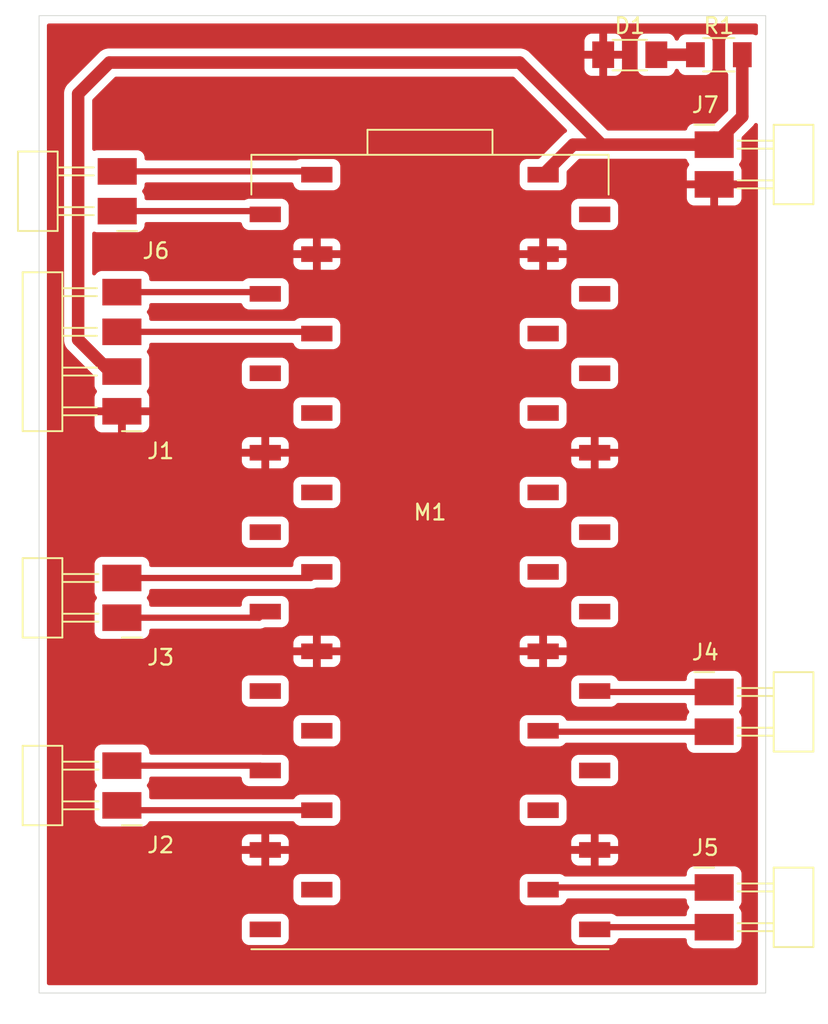
<source format=kicad_pcb>
(kicad_pcb (version 20241229) (generator "pcbnew") (generator_version "9.0")
  (layers (0 "F.Cu" signal) (2 "B.Cu" signal) (13 "F.Paste" user) (15 "B.Paste" user) (5 "F.SilkS" user "F.Silkscreen") (7 "B.SilkS" user "B.Silkscreen") (1 "F.Mask" user) (3 "B.Mask" user) (25 "Edge.Cuts" user))
  (net 0 "")
  (net 1 "Net-(D1-A)")
  (net 2 "GND")
  (net 3 "VCC")
  (net 4 "SCL_1")
  (net 5 "SDA_1")
  (net 6 "SCL_0")
  (net 7 "SDA_0")
  (footprint "fab:LED_1206" (layer "F.Cu") (at 166.3 55.5)
    (property "Reference" "D1" (at 0 -1.85 0) (layer "F.SilkS"))
    (property "Value" "status_led")
    (fp_line (start -1.1 -0.95) (end 1.1 -0.95) (stroke (width 0.12)) (layer "F.SilkS"))
    (fp_line (start -1.1 1) (end 1.1 1) (stroke (width 0.12)) (layer "F.SilkS"))
    (pad "1" smd rect (at -1.7 0) (size 1.4 1.7) (layers "F.Cu" "F.Mask" "F.Paste") (net 2 "GND"))
    (pad "2" smd rect (at 1.7 0) (size 1.4 1.7) (layers "F.Cu" "F.Mask" "F.Paste") (net 1 "Net-(D1-A)"))
  )
  (footprint "fab:R_1206" (layer "F.Cu") (at 172 55.5)
    (property "Reference" "R1" (at 0 -1.85 0) (layer "F.SilkS"))
    (property "Value" "1K")
    (fp_line (start -1 -1.07) (end 1 -1.07) (stroke (width 0.12)) (layer "F.SilkS"))
    (fp_line (start 1 1.07) (end -1 1.07) (stroke (width 0.12)) (layer "F.SilkS"))
    (pad "1" smd rect (at -1.5 0) (size 1.2 1.6) (layers "F.Cu" "F.Mask" "F.Paste") (net 1 "Net-(D1-A)"))
    (pad "2" smd rect (at 1.5 0) (size 1.2 1.6) (layers "F.Cu" "F.Mask" "F.Paste") (net 3 "VCC"))
  )
  (footprint "fab:PinHeader_01x02_P2.54mm_Horizontal_SMD" (layer "F.Cu") (at 133.5 65.5 180)
    (property "Reference" "J6" (at -1.524 -2.54 0) (layer "F.SilkS") (effects (justify left)))
    (property "Value" "Node_connetor")
    (fp_line (start 6.35 3.81) (end 3.81 3.81) (stroke (width 0.12)) (layer "F.SilkS"))
    (fp_line (start 6.35 -1.27) (end 6.35 3.81) (stroke (width 0.12)) (layer "F.SilkS"))
    (fp_line (start 3.81 3.81) (end 3.81 -1.27) (stroke (width 0.12)) (layer "F.SilkS"))
    (fp_line (start 3.81 2.794) (end 1.5 2.794) (stroke (width 0.12)) (layer "F.SilkS"))
    (fp_line (start 3.81 2.286) (end 1.5 2.286) (stroke (width 0.12)) (layer "F.SilkS"))
    (fp_line (start 3.81 0.254) (end 1.5 0.254) (stroke (width 0.12)) (layer "F.SilkS"))
    (fp_line (start 3.81 -0.254) (end 1.5 -0.254) (stroke (width 0.12)) (layer "F.SilkS"))
    (fp_line (start 3.81 -1.27) (end 6.35 -1.27) (stroke (width 0.12)) (layer "F.SilkS"))
    (fp_line (start -1.27 -1.27) (end 0 -1.27) (stroke (width 0.12)) (layer "F.SilkS"))
    (pad "1" smd rect (at 0 0 180) (size 2.5 1.7) (layers "F.Cu" "F.Mask" "F.Paste") (net 6 "SCL_0"))
    (pad "2" smd rect (at 0 2.54 180) (size 2.5 1.7) (layers "F.Cu" "F.Mask" "F.Paste") (net 7 "SDA_0"))
  )
  (footprint "fab:PinHeader_01x02_P2.54mm_Horizontal_SMD" (layer "F.Cu") (at 171.7 96.25)
    (property "Reference" "J4" (at -1.524 -2.54 180) (layer "F.SilkS") (effects (justify left)))
    (property "Value" "Node_connetor")
    (fp_line (start -1.27 -1.27) (end 0 -1.27) (stroke (width 0.12)) (layer "F.SilkS"))
    (fp_line (start 3.81 -1.27) (end 6.35 -1.27) (stroke (width 0.12)) (layer "F.SilkS"))
    (fp_line (start 3.81 -0.254) (end 1.5 -0.254) (stroke (width 0.12)) (layer "F.SilkS"))
    (fp_line (start 3.81 0.254) (end 1.5 0.254) (stroke (width 0.12)) (layer "F.SilkS"))
    (fp_line (start 3.81 2.286) (end 1.5 2.286) (stroke (width 0.12)) (layer "F.SilkS"))
    (fp_line (start 3.81 2.794) (end 1.5 2.794) (stroke (width 0.12)) (layer "F.SilkS"))
    (fp_line (start 3.81 3.81) (end 3.81 -1.27) (stroke (width 0.12)) (layer "F.SilkS"))
    (fp_line (start 6.35 -1.27) (end 6.35 3.81) (stroke (width 0.12)) (layer "F.SilkS"))
    (fp_line (start 6.35 3.81) (end 3.81 3.81) (stroke (width 0.12)) (layer "F.SilkS"))
    (pad "1" smd rect (at 0 0) (size 2.5 1.7) (layers "F.Cu" "F.Mask" "F.Paste") (net 6 "SCL_0"))
    (pad "2" smd rect (at 0 2.54) (size 2.5 1.7) (layers "F.Cu" "F.Mask" "F.Paste") (net 7 "SDA_0"))
  )
  (footprint "fab:PinHeader_01x02_P2.54mm_Horizontal_SMD" (layer "F.Cu") (at 171.7 108.75)
    (property "Reference" "J5" (at -1.524 -2.54 180) (layer "F.SilkS") (effects (justify left)))
    (property "Value" "Node_connetor")
    (fp_line (start -1.27 -1.27) (end 0 -1.27) (stroke (width 0.12)) (layer "F.SilkS"))
    (fp_line (start 3.81 -1.27) (end 6.35 -1.27) (stroke (width 0.12)) (layer "F.SilkS"))
    (fp_line (start 3.81 -0.254) (end 1.5 -0.254) (stroke (width 0.12)) (layer "F.SilkS"))
    (fp_line (start 3.81 0.254) (end 1.5 0.254) (stroke (width 0.12)) (layer "F.SilkS"))
    (fp_line (start 3.81 2.286) (end 1.5 2.286) (stroke (width 0.12)) (layer "F.SilkS"))
    (fp_line (start 3.81 2.794) (end 1.5 2.794) (stroke (width 0.12)) (layer "F.SilkS"))
    (fp_line (start 3.81 3.81) (end 3.81 -1.27) (stroke (width 0.12)) (layer "F.SilkS"))
    (fp_line (start 6.35 -1.27) (end 6.35 3.81) (stroke (width 0.12)) (layer "F.SilkS"))
    (fp_line (start 6.35 3.81) (end 3.81 3.81) (stroke (width 0.12)) (layer "F.SilkS"))
    (pad "1" smd rect (at 0 0) (size 2.5 1.7) (layers "F.Cu" "F.Mask" "F.Paste") (net 6 "SCL_0"))
    (pad "2" smd rect (at 0 2.54) (size 2.5 1.7) (layers "F.Cu" "F.Mask" "F.Paste") (net 7 "SDA_0"))
  )
  (footprint "fab:PinHeader_01x02_P2.54mm_Horizontal_SMD" (layer "F.Cu") (at 171.7 61.25)
    (property "Reference" "J7" (at -1.524 -2.54 180) (layer "F.SilkS") (effects (justify left)))
    (property "Value" "pwr")
    (fp_line (start -1.27 -1.27) (end 0 -1.27) (stroke (width 0.12)) (layer "F.SilkS"))
    (fp_line (start 3.81 -1.27) (end 6.35 -1.27) (stroke (width 0.12)) (layer "F.SilkS"))
    (fp_line (start 3.81 -0.254) (end 1.5 -0.254) (stroke (width 0.12)) (layer "F.SilkS"))
    (fp_line (start 3.81 0.254) (end 1.5 0.254) (stroke (width 0.12)) (layer "F.SilkS"))
    (fp_line (start 3.81 2.286) (end 1.5 2.286) (stroke (width 0.12)) (layer "F.SilkS"))
    (fp_line (start 3.81 2.794) (end 1.5 2.794) (stroke (width 0.12)) (layer "F.SilkS"))
    (fp_line (start 3.81 3.81) (end 3.81 -1.27) (stroke (width 0.12)) (layer "F.SilkS"))
    (fp_line (start 6.35 -1.27) (end 6.35 3.81) (stroke (width 0.12)) (layer "F.SilkS"))
    (fp_line (start 6.35 3.81) (end 3.81 3.81) (stroke (width 0.12)) (layer "F.SilkS"))
    (pad "1" smd rect (at 0 0) (size 2.5 1.7) (layers "F.Cu" "F.Mask" "F.Paste") (net 3 "VCC"))
    (pad "2" smd rect (at 0 2.54) (size 2.5 1.7) (layers "F.Cu" "F.Mask" "F.Paste") (net 2 "GND"))
  )
  (footprint "fab:PinHeader_01x02_P2.54mm_Horizontal_SMD" (layer "F.Cu") (at 133.8 91.5 180)
    (property "Reference" "J3" (at -1.524 -2.54 0) (layer "F.SilkS") (effects (justify left)))
    (property "Value" "Node_connetor")
    (fp_line (start 6.35 3.81) (end 3.81 3.81) (stroke (width 0.12)) (layer "F.SilkS"))
    (fp_line (start 6.35 -1.27) (end 6.35 3.81) (stroke (width 0.12)) (layer "F.SilkS"))
    (fp_line (start 3.81 3.81) (end 3.81 -1.27) (stroke (width 0.12)) (layer "F.SilkS"))
    (fp_line (start 3.81 2.794) (end 1.5 2.794) (stroke (width 0.12)) (layer "F.SilkS"))
    (fp_line (start 3.81 2.286) (end 1.5 2.286) (stroke (width 0.12)) (layer "F.SilkS"))
    (fp_line (start 3.81 0.254) (end 1.5 0.254) (stroke (width 0.12)) (layer "F.SilkS"))
    (fp_line (start 3.81 -0.254) (end 1.5 -0.254) (stroke (width 0.12)) (layer "F.SilkS"))
    (fp_line (start 3.81 -1.27) (end 6.35 -1.27) (stroke (width 0.12)) (layer "F.SilkS"))
    (fp_line (start -1.27 -1.27) (end 0 -1.27) (stroke (width 0.12)) (layer "F.SilkS"))
    (pad "1" smd rect (at 0 0 180) (size 2.5 1.7) (layers "F.Cu" "F.Mask" "F.Paste") (net 6 "SCL_0"))
    (pad "2" smd rect (at 0 2.54 180) (size 2.5 1.7) (layers "F.Cu" "F.Mask" "F.Paste") (net 7 "SDA_0"))
  )
  (footprint "fab:RaspberryPi_PicoW_SocketSMD" (layer "F.Cu") (at 153.515 87.3)
    (property "Reference" "M1" (at 0.0025 -2.54 0) (layer "F.SilkS"))
    (property "Value" "Module_RaspberryPi_PicoW_SocketSMD")
    (fp_line (start -11.43 -25.4) (end -11.43 -22.86) (stroke (width 0.12)) (layer "F.SilkS"))
    (fp_line (start -11.43 25.4) (end 11.43 25.4) (stroke (width 0.12)) (layer "F.SilkS"))
    (fp_line (start -4 -27) (end 4 -27) (stroke (width 0.12)) (layer "F.SilkS"))
    (fp_line (start -4 -25.4) (end -4 -27) (stroke (width 0.12)) (layer "F.SilkS"))
    (fp_line (start 4 -27) (end 4 -25.4) (stroke (width 0.12)) (layer "F.SilkS"))
    (fp_line (start 8.89 -25.4) (end -11.43 -25.4) (stroke (width 0.12)) (layer "F.SilkS"))
    (fp_line (start 11.43 -25.4) (end 8.89 -25.4) (stroke (width 0.12)) (layer "F.SilkS"))
    (fp_line (start 11.43 -22.86) (end 11.43 -25.4) (stroke (width 0.12)) (layer "F.SilkS"))
    (pad "1" smd rect (at -7.24 -24.13) (size 2 1) (layers "F.Cu" "F.Mask" "F.Paste") (net 7 "SDA_0"))
    (pad "2" smd rect (at -10.54 -21.59) (size 2 1) (layers "F.Cu" "F.Mask" "F.Paste") (net 6 "SCL_0"))
    (pad "3" smd rect (at -7.24 -19.05) (size 2 1) (layers "F.Cu" "F.Mask" "F.Paste") (net 2 "GND"))
    (pad "4" smd rect (at -10.54 -16.51) (size 2 1) (layers "F.Cu" "F.Mask" "F.Paste") (net 5 "SDA_1"))
    (pad "5" smd rect (at -7.24 -13.97) (size 2 1) (layers "F.Cu" "F.Mask" "F.Paste") (net 4 "SCL_1"))
    (pad "6" smd rect (at -10.54 -11.43) (size 2 1) (layers "F.Cu" "F.Mask" "F.Paste"))
    (pad "7" smd rect (at -7.24 -8.89) (size 2 1) (layers "F.Cu" "F.Mask" "F.Paste"))
    (pad "8" smd rect (at -10.54 -6.35) (size 2 1) (layers "F.Cu" "F.Mask" "F.Paste") (net 2 "GND"))
    (pad "9" smd rect (at -7.24 -3.81) (size 2 1) (layers "F.Cu" "F.Mask" "F.Paste"))
    (pad "10" smd rect (at -10.54 -1.27) (size 2 1) (layers "F.Cu" "F.Mask" "F.Paste"))
    (pad "11" smd rect (at -7.24 1.27) (size 2 1) (layers "F.Cu" "F.Mask" "F.Paste") (net 7 "SDA_0"))
    (pad "12" smd rect (at -10.54 3.81) (size 2 1) (layers "F.Cu" "F.Mask" "F.Paste") (net 6 "SCL_0"))
    (pad "13" smd rect (at -7.24 6.35) (size 2 1) (layers "F.Cu" "F.Mask" "F.Paste") (net 2 "GND"))
    (pad "14" smd rect (at -10.54 8.89) (size 2 1) (layers "F.Cu" "F.Mask" "F.Paste"))
    (pad "15" smd rect (at -7.24 11.43) (size 2 1) (layers "F.Cu" "F.Mask" "F.Paste"))
    (pad "16" smd rect (at -10.54 13.97) (size 2 1) (layers "F.Cu" "F.Mask" "F.Paste") (net 7 "SDA_0"))
    (pad "17" smd rect (at -7.24 16.51) (size 2 1) (layers "F.Cu" "F.Mask" "F.Paste") (net 6 "SCL_0"))
    (pad "18" smd rect (at -10.54 19.05) (size 2 1) (layers "F.Cu" "F.Mask" "F.Paste") (net 2 "GND"))
    (pad "19" smd rect (at -7.24 21.59) (size 2 1) (layers "F.Cu" "F.Mask" "F.Paste"))
    (pad "20" smd rect (at -10.54 24.13) (size 2 1) (layers "F.Cu" "F.Mask" "F.Paste"))
    (pad "21" smd rect (at 10.54 24.13) (size 2 1) (layers "F.Cu" "F.Mask" "F.Paste") (net 7 "SDA_0"))
    (pad "22" smd rect (at 7.24 21.59) (size 2 1) (layers "F.Cu" "F.Mask" "F.Paste") (net 6 "SCL_0"))
    (pad "23" smd rect (at 10.54 19.05) (size 2 1) (layers "F.Cu" "F.Mask" "F.Paste") (net 2 "GND"))
    (pad "24" smd rect (at 7.24 16.51) (size 2 1) (layers "F.Cu" "F.Mask" "F.Paste"))
    (pad "25" smd rect (at 10.54 13.97) (size 2 1) (layers "F.Cu" "F.Mask" "F.Paste"))
    (pad "26" smd rect (at 7.24 11.43) (size 2 1) (layers "F.Cu" "F.Mask" "F.Paste") (net 7 "SDA_0"))
    (pad "27" smd rect (at 10.54 8.89) (size 2 1) (layers "F.Cu" "F.Mask" "F.Paste") (net 6 "SCL_0"))
    (pad "28" smd rect (at 7.24 6.35) (size 2 1) (layers "F.Cu" "F.Mask" "F.Paste") (net 2 "GND"))
    (pad "29" smd rect (at 10.54 3.81) (size 2 1) (layers "F.Cu" "F.Mask" "F.Paste"))
    (pad "30" smd rect (at 7.24 1.27) (size 2 1) (layers "F.Cu" "F.Mask" "F.Paste"))
    (pad "31" smd rect (at 10.54 -1.27) (size 2 1) (layers "F.Cu" "F.Mask" "F.Paste"))
    (pad "32" smd rect (at 7.24 -3.81) (size 2 1) (layers "F.Cu" "F.Mask" "F.Paste"))
    (pad "33" smd rect (at 10.54 -6.35) (size 2 1) (layers "F.Cu" "F.Mask" "F.Paste") (net 2 "GND"))
    (pad "34" smd rect (at 7.24 -8.89) (size 2 1) (layers "F.Cu" "F.Mask" "F.Paste"))
    (pad "35" smd rect (at 10.54 -11.43) (size 2 1) (layers "F.Cu" "F.Mask" "F.Paste"))
    (pad "36" smd rect (at 7.24 -13.97) (size 2 1) (layers "F.Cu" "F.Mask" "F.Paste"))
    (pad "37" smd rect (at 10.54 -16.51) (size 2 1) (layers "F.Cu" "F.Mask" "F.Paste"))
    (pad "38" smd rect (at 7.24 -19.05) (size 2 1) (layers "F.Cu" "F.Mask" "F.Paste") (net 2 "GND"))
    (pad "39" smd rect (at 10.54 -21.59) (size 2 1) (layers "F.Cu" "F.Mask" "F.Paste"))
    (pad "40" smd rect (at 7.24 -24.13) (size 2 1) (layers "F.Cu" "F.Mask" "F.Paste") (net 3 "VCC"))
  )
  (footprint "fab:PinHeader_01x04_P2.54mm_Horizontal_SMD" (layer "F.Cu") (at 133.8 78.3 180)
    (property "Reference" "J1" (at -1.524 -2.54 0) (layer "F.SilkS") (effects (justify left)))
    (property "Value" "SSD_1306")
    (fp_line (start 6.35 8.89) (end 3.81 8.89) (stroke (width 0.12)) (layer "F.SilkS"))
    (fp_line (start 6.35 -1.27) (end 6.35 8.89) (stroke (width 0.12)) (layer "F.SilkS"))
    (fp_line (start 3.81 8.89) (end 3.81 -1.27) (stroke (width 0.12)) (layer "F.SilkS"))
    (fp_line (start 3.81 7.874) (end 1.6 7.874) (stroke (width 0.12)) (layer "F.SilkS"))
    (fp_line (start 3.81 7.366) (end 1.6 7.366) (stroke (width 0.12)) (layer "F.SilkS"))
    (fp_line (start 3.81 5.334) (end 1.6 5.334) (stroke (width 0.12)) (layer "F.SilkS"))
    (fp_line (start 3.81 4.826) (end 1.6 4.826) (stroke (width 0.12)) (layer "F.SilkS"))
    (fp_line (start 3.81 2.794) (end 1.6 2.794) (stroke (width 0.12)) (layer "F.SilkS"))
    (fp_line (start 3.81 2.286) (end 1.6 2.286) (stroke (width 0.12)) (layer "F.SilkS"))
    (fp_line (start 3.81 0.254) (end 1.6 0.254) (stroke (width 0.12)) (layer "F.SilkS"))
    (fp_line (start 3.81 -0.254) (end 1.6 -0.254) (stroke (width 0.12)) (layer "F.SilkS"))
    (fp_line (start 3.81 -1.27) (end 6.35 -1.27) (stroke (width 0.12)) (layer "F.SilkS"))
    (fp_line (start -1.27 -1.27) (end 0 -1.27) (stroke (width 0.12)) (layer "F.SilkS"))
    (pad "1" smd rect (at 0 0 180) (size 2.5 1.7) (layers "F.Cu" "F.Mask" "F.Paste") (net 2 "GND"))
    (pad "2" smd rect (at 0 2.54 180) (size 2.5 1.7) (layers "F.Cu" "F.Mask" "F.Paste") (net 3 "VCC"))
    (pad "3" smd rect (at 0 5.08 180) (size 2.5 1.7) (layers "F.Cu" "F.Mask" "F.Paste") (net 4 "SCL_1"))
    (pad "4" smd rect (at 0 7.62 180) (size 2.5 1.7) (layers "F.Cu" "F.Mask" "F.Paste") (net 5 "SDA_1"))
  )
  (footprint "fab:PinHeader_01x02_P2.54mm_Horizontal_SMD" (layer "F.Cu") (at 133.8 103.5 180)
    (property "Reference" "J2" (at -1.524 -2.54 0) (layer "F.SilkS") (effects (justify left)))
    (property "Value" "Node_connetor")
    (fp_line (start 6.35 3.81) (end 3.81 3.81) (stroke (width 0.12)) (layer "F.SilkS"))
    (fp_line (start 6.35 -1.27) (end 6.35 3.81) (stroke (width 0.12)) (layer "F.SilkS"))
    (fp_line (start 3.81 3.81) (end 3.81 -1.27) (stroke (width 0.12)) (layer "F.SilkS"))
    (fp_line (start 3.81 2.794) (end 1.5 2.794) (stroke (width 0.12)) (layer "F.SilkS"))
    (fp_line (start 3.81 2.286) (end 1.5 2.286) (stroke (width 0.12)) (layer "F.SilkS"))
    (fp_line (start 3.81 0.254) (end 1.5 0.254) (stroke (width 0.12)) (layer "F.SilkS"))
    (fp_line (start 3.81 -0.254) (end 1.5 -0.254) (stroke (width 0.12)) (layer "F.SilkS"))
    (fp_line (start 3.81 -1.27) (end 6.35 -1.27) (stroke (width 0.12)) (layer "F.SilkS"))
    (fp_line (start -1.27 -1.27) (end 0 -1.27) (stroke (width 0.12)) (layer "F.SilkS"))
    (pad "1" smd rect (at 0 0 180) (size 2.5 1.7) (layers "F.Cu" "F.Mask" "F.Paste") (net 6 "SCL_0"))
    (pad "2" smd rect (at 0 2.54 180) (size 2.5 1.7) (layers "F.Cu" "F.Mask" "F.Paste") (net 7 "SDA_0"))
  )
  (gr_rect (start 128.5 53) (end 175 115.5) (stroke (width 0.05)) (fill no) (layer "Edge.Cuts"))
  (segment (start 170.5 55.5) (end 168 55.5) (width 0.8) (layer "F.Cu") (net 1))
  (segment (start 133.8 75.76) (end 133.038 75.76) (width 0.8) (layer "F.Cu") (net 3))
  (segment (start 133 56) (end 159.25 56) (width 0.8) (layer "F.Cu") (net 3))
  (segment (start 159.25 56) (end 164.5 61.25) (width 0.8) (layer "F.Cu") (net 3))
  (segment (start 164.5 61.25) (end 162.675 61.25) (width 0.8) (layer "F.Cu") (net 3))
  (segment (start 171.7 61.25) (end 171.7 60.8) (width 0.8) (layer "F.Cu") (net 3))
  (segment (start 171.7 61.25) (end 164.5 61.25) (width 0.8) (layer "F.Cu") (net 3))
  (segment (start 171.7 61.25) (end 173.5 59.45) (width 0.8) (layer "F.Cu") (net 3))
  (segment (start 173.5 59.45) (end 173.5 55.5) (width 0.8) (layer "F.Cu") (net 3))
  (segment (start 131 73.722) (end 131 58) (width 0.8) (layer "F.Cu") (net 3))
  (segment (start 133.038 75.76) (end 131 73.722) (width 0.8) (layer "F.Cu") (net 3))
  (segment (start 131 58) (end 133 56) (width 0.8) (layer "F.Cu") (net 3))
  (segment (start 162.675 61.25) (end 160.755 63.17) (width 0.8) (layer "F.Cu") (net 3))
  (segment (start 146.165 73.22) (end 146.275 73.33) (width 0.4) (layer "F.Cu") (net 4))
  (segment (start 133.8 73.22) (end 146.165 73.22) (width 0.4) (layer "F.Cu") (net 4))
  (segment (start 142.865 70.68) (end 142.975 70.79) (width 0.4) (layer "F.Cu") (net 5))
  (segment (start 133.8 70.68) (end 142.865 70.68) (width 0.4) (layer "F.Cu") (net 5))
  (segment (start 146.275 103.81) (end 134.11 103.81) (width 0.4) (layer "F.Cu") (net 6))
  (segment (start 134.11 103.81) (end 133.8 103.5) (width 0.4) (layer "F.Cu") (net 6))
  (segment (start 133.5 65.5) (end 142.765 65.5) (width 0.4) (layer "F.Cu") (net 6))
  (segment (start 142.585 91.5) (end 142.975 91.11) (width 0.4) (layer "F.Cu") (net 6))
  (segment (start 133.8 91.5) (end 142.585 91.5) (width 0.4) (layer "F.Cu") (net 6))
  (segment (start 171.7 96.25) (end 164.115 96.25) (width 0.4) (layer "F.Cu") (net 6))
  (segment (start 164.115 96.25) (end 164.055 96.19) (width 0.4) (layer "F.Cu") (net 6))
  (segment (start 171.7 108.75) (end 160.895 108.75) (width 0.4) (layer "F.Cu") (net 6))
  (segment (start 172.34 108.89) (end 172.7 109.25) (width 0.4) (layer "F.Cu") (net 6))
  (segment (start 142.765 65.5) (end 142.975 65.71) (width 0.4) (layer "F.Cu") (net 6))
  (segment (start 160.895 108.75) (end 160.755 108.89) (width 0.4) (layer "F.Cu") (net 6))
  (segment (start 171.7 111.29) (end 164.195 111.29) (width 0.4) (layer "F.Cu") (net 7))
  (segment (start 142.665 100.96) (end 142.975 101.27) (width 0.4) (layer "F.Cu") (net 7))
  (segment (start 133.8 88.96) (end 145.885 88.96) (width 0.4) (layer "F.Cu") (net 7))
  (segment (start 171.56 111.43) (end 171.7 111.29) (width 0.4) (layer "F.Cu") (net 7))
  (segment (start 145.885 88.96) (end 146.275 88.57) (width 0.4) (layer "F.Cu") (net 7))
  (segment (start 146.065 62.96) (end 146.275 63.17) (width 0.4) (layer "F.Cu") (net 7))
  (segment (start 171.7 98.79) (end 160.815 98.79) (width 0.4) (layer "F.Cu") (net 7))
  (segment (start 133.5 62.96) (end 146.065 62.96) (width 0.4) (layer "F.Cu") (net 7))
  (segment (start 160.815 98.79) (end 160.755 98.73) (width 0.4) (layer "F.Cu") (net 7))
  (segment (start 133.8 100.96) (end 142.665 100.96) (width 0.4) (layer "F.Cu") (net 7))
  (segment (start 164.195 111.29) (end 164.055 111.43) (width 0.4) (layer "F.Cu") (net 7))
  (segment (start 172.7 111.79) (end 172.34 111.43) (width 0.4) (layer "F.Cu") (net 7))
  (zone (net 2) (net_name "GND") (layer "F.Cu") (connect_pads (clearance 0.5)) (min_thickness 0.25) (fill yes (thermal_gap 0.5) (thermal_bridge_width 0.5))
    (polygon (pts (xy 178 52) (xy 179 117.5) (xy 126.5 116.5) (xy 126 52) (xy 128.5 52)))
  )
)
</source>
